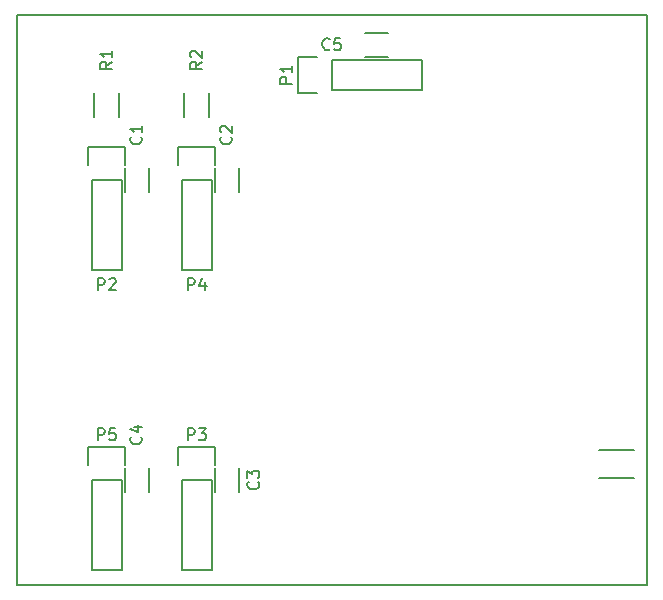
<source format=gto>
%TF.GenerationSoftware,KiCad,Pcbnew,4.0.2-stable*%
%TF.CreationDate,2016-06-06T20:31:45-04:00*%
%TF.ProjectId,Backpack,4261636B7061636B2E6B696361645F70,rev?*%
%TF.FileFunction,Legend,Top*%
%FSLAX46Y46*%
G04 Gerber Fmt 4.6, Leading zero omitted, Abs format (unit mm)*
G04 Created by KiCad (PCBNEW 4.0.2-stable) date 6/6/2016 8:31:45 PM*
%MOMM*%
G01*
G04 APERTURE LIST*
%ADD10C,0.127000*%
%ADD11C,0.150000*%
G04 APERTURE END LIST*
D10*
D11*
X50800000Y-99060000D02*
X104140000Y-99060000D01*
X104140000Y-99060000D02*
X104140000Y-50800000D01*
X104140000Y-50800000D02*
X50800000Y-50800000D01*
X50800000Y-50800000D02*
X50800000Y-99060000D01*
X103100000Y-90000000D02*
X100100000Y-90000000D01*
X100100000Y-87630000D02*
X103100000Y-87630000D01*
X61985000Y-65770000D02*
X61985000Y-63770000D01*
X59935000Y-63770000D02*
X59935000Y-65770000D01*
X69605000Y-65770000D02*
X69605000Y-63770000D01*
X67555000Y-63770000D02*
X67555000Y-65770000D01*
X69605000Y-91170000D02*
X69605000Y-89170000D01*
X67555000Y-89170000D02*
X67555000Y-91170000D01*
X61985000Y-91170000D02*
X61985000Y-89170000D01*
X59935000Y-89170000D02*
X59935000Y-91170000D01*
X82280000Y-52315000D02*
X80280000Y-52315000D01*
X80280000Y-54365000D02*
X82280000Y-54365000D01*
X77470000Y-57150000D02*
X85090000Y-57150000D01*
X77470000Y-54610000D02*
X85090000Y-54610000D01*
X74650000Y-54330000D02*
X76200000Y-54330000D01*
X85090000Y-57150000D02*
X85090000Y-54610000D01*
X77470000Y-54610000D02*
X77470000Y-57150000D01*
X76200000Y-57430000D02*
X74650000Y-57430000D01*
X74650000Y-57430000D02*
X74650000Y-54330000D01*
X57150000Y-64770000D02*
X57150000Y-72390000D01*
X59690000Y-64770000D02*
X59690000Y-72390000D01*
X59970000Y-61950000D02*
X59970000Y-63500000D01*
X57150000Y-72390000D02*
X59690000Y-72390000D01*
X59690000Y-64770000D02*
X57150000Y-64770000D01*
X56870000Y-63500000D02*
X56870000Y-61950000D01*
X56870000Y-61950000D02*
X59970000Y-61950000D01*
X64770000Y-90170000D02*
X64770000Y-97790000D01*
X67310000Y-90170000D02*
X67310000Y-97790000D01*
X67590000Y-87350000D02*
X67590000Y-88900000D01*
X64770000Y-97790000D02*
X67310000Y-97790000D01*
X67310000Y-90170000D02*
X64770000Y-90170000D01*
X64490000Y-88900000D02*
X64490000Y-87350000D01*
X64490000Y-87350000D02*
X67590000Y-87350000D01*
X64770000Y-64770000D02*
X64770000Y-72390000D01*
X67310000Y-64770000D02*
X67310000Y-72390000D01*
X67590000Y-61950000D02*
X67590000Y-63500000D01*
X64770000Y-72390000D02*
X67310000Y-72390000D01*
X67310000Y-64770000D02*
X64770000Y-64770000D01*
X64490000Y-63500000D02*
X64490000Y-61950000D01*
X64490000Y-61950000D02*
X67590000Y-61950000D01*
X57150000Y-90170000D02*
X57150000Y-97790000D01*
X59690000Y-90170000D02*
X59690000Y-97790000D01*
X59970000Y-87350000D02*
X59970000Y-88900000D01*
X57150000Y-97790000D02*
X59690000Y-97790000D01*
X59690000Y-90170000D02*
X57150000Y-90170000D01*
X56870000Y-88900000D02*
X56870000Y-87350000D01*
X56870000Y-87350000D02*
X59970000Y-87350000D01*
X59495000Y-57420000D02*
X59495000Y-59420000D01*
X57345000Y-59420000D02*
X57345000Y-57420000D01*
X64965000Y-59420000D02*
X64965000Y-57420000D01*
X67115000Y-57420000D02*
X67115000Y-59420000D01*
X61317143Y-61126666D02*
X61364762Y-61174285D01*
X61412381Y-61317142D01*
X61412381Y-61412380D01*
X61364762Y-61555238D01*
X61269524Y-61650476D01*
X61174286Y-61698095D01*
X60983810Y-61745714D01*
X60840952Y-61745714D01*
X60650476Y-61698095D01*
X60555238Y-61650476D01*
X60460000Y-61555238D01*
X60412381Y-61412380D01*
X60412381Y-61317142D01*
X60460000Y-61174285D01*
X60507619Y-61126666D01*
X61412381Y-60174285D02*
X61412381Y-60745714D01*
X61412381Y-60460000D02*
X60412381Y-60460000D01*
X60555238Y-60555238D01*
X60650476Y-60650476D01*
X60698095Y-60745714D01*
X68937143Y-61126666D02*
X68984762Y-61174285D01*
X69032381Y-61317142D01*
X69032381Y-61412380D01*
X68984762Y-61555238D01*
X68889524Y-61650476D01*
X68794286Y-61698095D01*
X68603810Y-61745714D01*
X68460952Y-61745714D01*
X68270476Y-61698095D01*
X68175238Y-61650476D01*
X68080000Y-61555238D01*
X68032381Y-61412380D01*
X68032381Y-61317142D01*
X68080000Y-61174285D01*
X68127619Y-61126666D01*
X68127619Y-60745714D02*
X68080000Y-60698095D01*
X68032381Y-60602857D01*
X68032381Y-60364761D01*
X68080000Y-60269523D01*
X68127619Y-60221904D01*
X68222857Y-60174285D01*
X68318095Y-60174285D01*
X68460952Y-60221904D01*
X69032381Y-60793333D01*
X69032381Y-60174285D01*
X71237143Y-90336666D02*
X71284762Y-90384285D01*
X71332381Y-90527142D01*
X71332381Y-90622380D01*
X71284762Y-90765238D01*
X71189524Y-90860476D01*
X71094286Y-90908095D01*
X70903810Y-90955714D01*
X70760952Y-90955714D01*
X70570476Y-90908095D01*
X70475238Y-90860476D01*
X70380000Y-90765238D01*
X70332381Y-90622380D01*
X70332381Y-90527142D01*
X70380000Y-90384285D01*
X70427619Y-90336666D01*
X70332381Y-90003333D02*
X70332381Y-89384285D01*
X70713333Y-89717619D01*
X70713333Y-89574761D01*
X70760952Y-89479523D01*
X70808571Y-89431904D01*
X70903810Y-89384285D01*
X71141905Y-89384285D01*
X71237143Y-89431904D01*
X71284762Y-89479523D01*
X71332381Y-89574761D01*
X71332381Y-89860476D01*
X71284762Y-89955714D01*
X71237143Y-90003333D01*
X61317143Y-86526666D02*
X61364762Y-86574285D01*
X61412381Y-86717142D01*
X61412381Y-86812380D01*
X61364762Y-86955238D01*
X61269524Y-87050476D01*
X61174286Y-87098095D01*
X60983810Y-87145714D01*
X60840952Y-87145714D01*
X60650476Y-87098095D01*
X60555238Y-87050476D01*
X60460000Y-86955238D01*
X60412381Y-86812380D01*
X60412381Y-86717142D01*
X60460000Y-86574285D01*
X60507619Y-86526666D01*
X60745714Y-85669523D02*
X61412381Y-85669523D01*
X60364762Y-85907619D02*
X61079048Y-86145714D01*
X61079048Y-85526666D01*
X77303334Y-53697143D02*
X77255715Y-53744762D01*
X77112858Y-53792381D01*
X77017620Y-53792381D01*
X76874762Y-53744762D01*
X76779524Y-53649524D01*
X76731905Y-53554286D01*
X76684286Y-53363810D01*
X76684286Y-53220952D01*
X76731905Y-53030476D01*
X76779524Y-52935238D01*
X76874762Y-52840000D01*
X77017620Y-52792381D01*
X77112858Y-52792381D01*
X77255715Y-52840000D01*
X77303334Y-52887619D01*
X78208096Y-52792381D02*
X77731905Y-52792381D01*
X77684286Y-53268571D01*
X77731905Y-53220952D01*
X77827143Y-53173333D01*
X78065239Y-53173333D01*
X78160477Y-53220952D01*
X78208096Y-53268571D01*
X78255715Y-53363810D01*
X78255715Y-53601905D01*
X78208096Y-53697143D01*
X78160477Y-53744762D01*
X78065239Y-53792381D01*
X77827143Y-53792381D01*
X77731905Y-53744762D01*
X77684286Y-53697143D01*
X74112381Y-56618095D02*
X73112381Y-56618095D01*
X73112381Y-56237142D01*
X73160000Y-56141904D01*
X73207619Y-56094285D01*
X73302857Y-56046666D01*
X73445714Y-56046666D01*
X73540952Y-56094285D01*
X73588571Y-56141904D01*
X73636190Y-56237142D01*
X73636190Y-56618095D01*
X74112381Y-55094285D02*
X74112381Y-55665714D01*
X74112381Y-55380000D02*
X73112381Y-55380000D01*
X73255238Y-55475238D01*
X73350476Y-55570476D01*
X73398095Y-55665714D01*
X57681905Y-74112381D02*
X57681905Y-73112381D01*
X58062858Y-73112381D01*
X58158096Y-73160000D01*
X58205715Y-73207619D01*
X58253334Y-73302857D01*
X58253334Y-73445714D01*
X58205715Y-73540952D01*
X58158096Y-73588571D01*
X58062858Y-73636190D01*
X57681905Y-73636190D01*
X58634286Y-73207619D02*
X58681905Y-73160000D01*
X58777143Y-73112381D01*
X59015239Y-73112381D01*
X59110477Y-73160000D01*
X59158096Y-73207619D01*
X59205715Y-73302857D01*
X59205715Y-73398095D01*
X59158096Y-73540952D01*
X58586667Y-74112381D01*
X59205715Y-74112381D01*
X65301905Y-86812381D02*
X65301905Y-85812381D01*
X65682858Y-85812381D01*
X65778096Y-85860000D01*
X65825715Y-85907619D01*
X65873334Y-86002857D01*
X65873334Y-86145714D01*
X65825715Y-86240952D01*
X65778096Y-86288571D01*
X65682858Y-86336190D01*
X65301905Y-86336190D01*
X66206667Y-85812381D02*
X66825715Y-85812381D01*
X66492381Y-86193333D01*
X66635239Y-86193333D01*
X66730477Y-86240952D01*
X66778096Y-86288571D01*
X66825715Y-86383810D01*
X66825715Y-86621905D01*
X66778096Y-86717143D01*
X66730477Y-86764762D01*
X66635239Y-86812381D01*
X66349524Y-86812381D01*
X66254286Y-86764762D01*
X66206667Y-86717143D01*
X65301905Y-74112381D02*
X65301905Y-73112381D01*
X65682858Y-73112381D01*
X65778096Y-73160000D01*
X65825715Y-73207619D01*
X65873334Y-73302857D01*
X65873334Y-73445714D01*
X65825715Y-73540952D01*
X65778096Y-73588571D01*
X65682858Y-73636190D01*
X65301905Y-73636190D01*
X66730477Y-73445714D02*
X66730477Y-74112381D01*
X66492381Y-73064762D02*
X66254286Y-73779048D01*
X66873334Y-73779048D01*
X57681905Y-86812381D02*
X57681905Y-85812381D01*
X58062858Y-85812381D01*
X58158096Y-85860000D01*
X58205715Y-85907619D01*
X58253334Y-86002857D01*
X58253334Y-86145714D01*
X58205715Y-86240952D01*
X58158096Y-86288571D01*
X58062858Y-86336190D01*
X57681905Y-86336190D01*
X59158096Y-85812381D02*
X58681905Y-85812381D01*
X58634286Y-86288571D01*
X58681905Y-86240952D01*
X58777143Y-86193333D01*
X59015239Y-86193333D01*
X59110477Y-86240952D01*
X59158096Y-86288571D01*
X59205715Y-86383810D01*
X59205715Y-86621905D01*
X59158096Y-86717143D01*
X59110477Y-86764762D01*
X59015239Y-86812381D01*
X58777143Y-86812381D01*
X58681905Y-86764762D01*
X58634286Y-86717143D01*
X58872381Y-54776666D02*
X58396190Y-55110000D01*
X58872381Y-55348095D02*
X57872381Y-55348095D01*
X57872381Y-54967142D01*
X57920000Y-54871904D01*
X57967619Y-54824285D01*
X58062857Y-54776666D01*
X58205714Y-54776666D01*
X58300952Y-54824285D01*
X58348571Y-54871904D01*
X58396190Y-54967142D01*
X58396190Y-55348095D01*
X58872381Y-53824285D02*
X58872381Y-54395714D01*
X58872381Y-54110000D02*
X57872381Y-54110000D01*
X58015238Y-54205238D01*
X58110476Y-54300476D01*
X58158095Y-54395714D01*
X66492381Y-54776666D02*
X66016190Y-55110000D01*
X66492381Y-55348095D02*
X65492381Y-55348095D01*
X65492381Y-54967142D01*
X65540000Y-54871904D01*
X65587619Y-54824285D01*
X65682857Y-54776666D01*
X65825714Y-54776666D01*
X65920952Y-54824285D01*
X65968571Y-54871904D01*
X66016190Y-54967142D01*
X66016190Y-55348095D01*
X65587619Y-54395714D02*
X65540000Y-54348095D01*
X65492381Y-54252857D01*
X65492381Y-54014761D01*
X65540000Y-53919523D01*
X65587619Y-53871904D01*
X65682857Y-53824285D01*
X65778095Y-53824285D01*
X65920952Y-53871904D01*
X66492381Y-54443333D01*
X66492381Y-53824285D01*
M02*

</source>
